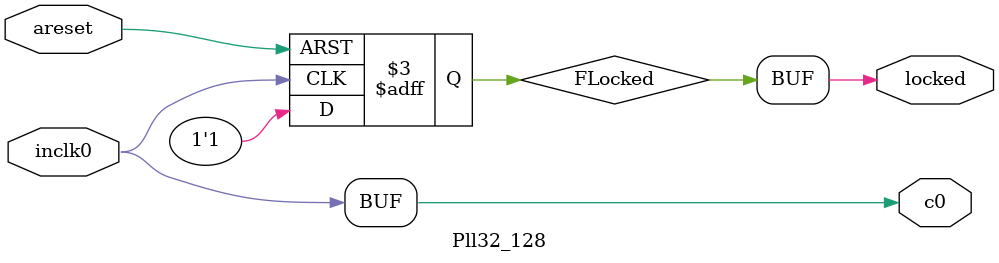
<source format=v>
module Pll32_128 
 (
  input  inclk0,
  input  areset,
  output c0,
  output locked
 );


 reg FLocked;
 always @(posedge inclk0 or posedge areset)
 if (areset==1'b1)
  begin
  FLocked<=1'b0;
  end
 else
  begin
  FLocked<=1'b1;
  end

assign c0 = inclk0;
assign locked = FLocked;

endmodule

</source>
